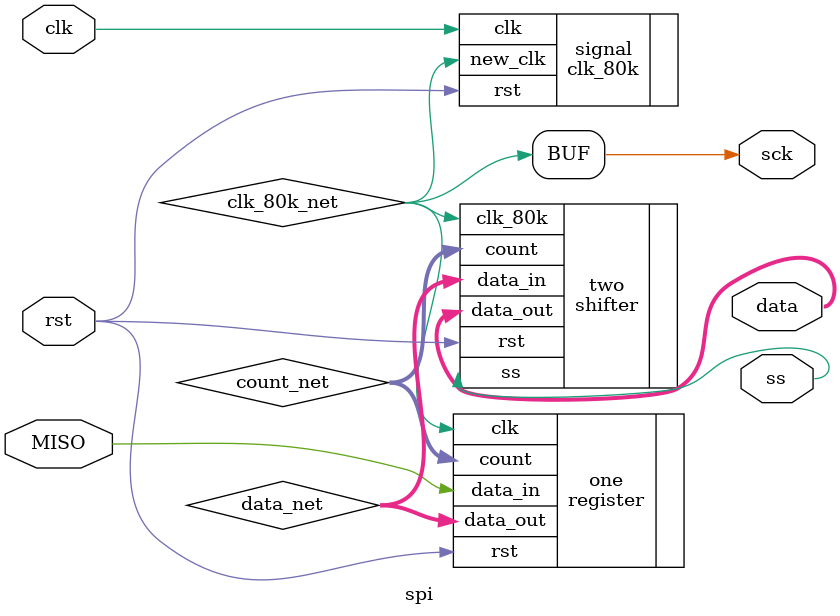
<source format=v>
`timescale 1ns / 1ps


module spi(
    output ss,
    input MISO,
    output [11:0] data,
    input clk,
    input rst,
    output sck
    );
    
    wire clk_80k_net;
    wire [4:0] count_net;
    wire [15:0] data_net;
    
    register one (
        .rst(rst),
        .clk(clk_80k_net),
        .count(count_net),
        .data_out(data_net),
        .data_in(MISO)
    );
        
    shifter two (
        .ss(ss),
        .rst(rst),
        .clk_80k(clk_80k_net),
        .data_in(data_net),
        .data_out(data),
        .count(count_net)
    );
          
    clk_80k signal (
        .clk(clk),
        .rst(rst),
        .new_clk(clk_80k_net)
    );
            
    assign sck = clk_80k_net;
    
endmodule

</source>
